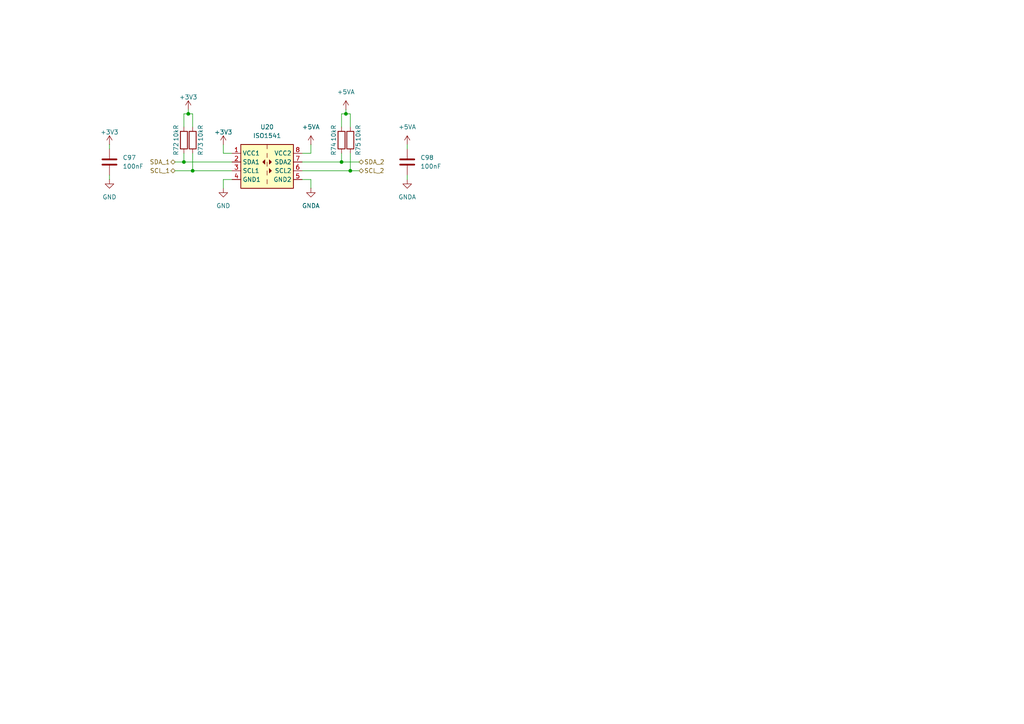
<source format=kicad_sch>
(kicad_sch (version 20231120) (generator "eeschema") (generator_version "8.0")
  (paper "A4")
  (lib_symbols
    (symbol "Device:C" (pin_numbers hide) (pin_names (offset 0.254))
      (property "Reference" "C" (at 0.635 2.54 0))
      (property "Value" "C" (at 0.635 -2.54 0))
      (symbol "C_0_1"
        (polyline (pts (xy -2.032 -0.762) (xy 2.032 -0.762)) (stroke (width 0.508)))
        (polyline (pts (xy -2.032 0.762) (xy 2.032 0.762)) (stroke (width 0.508)))
      )
      (symbol "C_1_1"
        (pin passive line (at 0 3.81 270) (length 2.794) (name "~") (number "1"))
        (pin passive line (at 0 -3.81 90) (length 2.794) (name "~") (number "2"))
      )
    )
    (symbol "Device:R" (pin_numbers hide) (pin_names (offset 0))
      (property "Reference" "R" (at 2.032 0 90))
      (property "Value" "R" (at 0 0 90))
      (symbol "R_0_1"
        (rectangle (start -1.016 -2.54) (end 1.016 2.54) (stroke (width 0.254)))
      )
      (symbol "R_1_1"
        (pin passive line (at 0 3.81 270) (length 1.27) (name "~") (number "1"))
        (pin passive line (at 0 -3.81 90) (length 1.27) (name "~") (number "2"))
      )
    )
    (symbol "Isolator:ISO1541"
      (property "Reference" "U" (at -6.35 6.35 0))
      (property "Value" "ISO1541" (at 3.81 6.35 0))
      (symbol "ISO1541_0_1"
        (rectangle (start -7.62 5.08) (end 7.62 -7.62) (stroke (width 0.254)) (fill (type background)))
        (rectangle (start 0 -5.08) (end 0 -6.35))
        (polyline (pts (xy 0 -2.54) (xy 0 -3.81)))
        (polyline (pts (xy 0 0) (xy 0 -1.27)))
        (polyline (pts (xy 0 2.54) (xy 0 1.27)))
        (polyline (pts (xy 0 5.08) (xy 0 3.81)))
        (polyline (pts (xy -0.635 0.635) (xy -1.27 0) (xy -0.635 -0.635) (xy -0.635 0.635)) (fill (type outline)))
        (polyline (pts (xy 0.635 -1.905) (xy 1.27 -2.54) (xy 0.635 -3.175) (xy 0.635 -1.905)) (fill (type outline)))
        (polyline (pts (xy 0.635 0.635) (xy 1.27 0) (xy 0.635 -0.635) (xy 0.635 0.635)) (fill (type outline)))
      )
      (symbol "ISO1541_1_1"
        (pin power_in line (at -10.16 2.54 0) (length 2.54) (name "VCC1") (number "1"))
        (pin bidirectional line (at -10.16 0 0) (length 2.54) (name "SDA1") (number "2"))
        (pin input line (at -10.16 -2.54 0) (length 2.54) (name "SCL1") (number "3"))
        (pin power_in line (at -10.16 -5.08 0) (length 2.54) (name "GND1") (number "4"))
        (pin power_in line (at 10.16 -5.08 180) (length 2.54) (name "GND2") (number "5"))
        (pin output line (at 10.16 -2.54 180) (length 2.54) (name "SCL2") (number "6"))
        (pin bidirectional line (at 10.16 0 180) (length 2.54) (name "SDA2") (number "7"))
        (pin power_in line (at 10.16 2.54 180) (length 2.54) (name "VCC2") (number "8"))
      )
    )
    (symbol "power:+3V3" (power) (pin_numbers hide) (pin_names (offset 0) hide)
      (property "Value" "+3V3" (at 0 3.556 0))
      (symbol "+3V3_0_1"
        (polyline (pts (xy -0.762 1.27) (xy 0 2.54)))
        (polyline (pts (xy 0 0) (xy 0 2.54)))
        (polyline (pts (xy 0 2.54) (xy 0.762 1.27)))
      )
      (symbol "+3V3_1_1"
        (pin power_in line (at 0 0 90) (length 0) (name "~") (number "1"))
      )
    )
    (symbol "power:+5VA" (power) (pin_numbers hide) (pin_names (offset 0) hide)
      (property "Value" "+5VA" (at 0 3.556 0))
      (symbol "+5VA_0_1"
        (polyline (pts (xy -0.762 1.27) (xy 0 2.54)))
        (polyline (pts (xy 0 0) (xy 0 2.54)))
        (polyline (pts (xy 0 2.54) (xy 0.762 1.27)))
      )
      (symbol "+5VA_1_1"
        (pin power_in line (at 0 0 90) (length 0) (name "~") (number "1"))
      )
    )
    (symbol "power:GND" (power) (pin_numbers hide) (pin_names (offset 0) hide)
      (property "Value" "GND" (at 0 -3.81 0))
      (symbol "GND_0_1"
        (polyline (pts (xy 0 0) (xy 0 -1.27) (xy 1.27 -1.27) (xy 0 -2.54) (xy -1.27 -1.27) (xy 0 -1.27)))
      )
      (symbol "GND_1_1"
        (pin power_in line (at 0 0 270) (length 0) (name "~") (number "1"))
      )
    )
    (symbol "power:GNDA" (power) (pin_numbers hide) (pin_names (offset 0) hide)
      (property "Value" "GNDA" (at 0 -3.81 0))
      (symbol "GNDA_0_1"
        (polyline (pts (xy 0 0) (xy 0 -1.27) (xy 1.27 -1.27) (xy 0 -2.54) (xy -1.27 -1.27) (xy 0 -1.27)))
      )
      (symbol "GNDA_1_1"
        (pin power_in line (at 0 0 270) (length 0) (name "~") (number "1"))
      )
    )
  )
  (junction (at 53.34 46.99))
  (junction (at 99.06 46.99))
  (junction (at 101.6 49.53))
  (junction (at 54.61 33.02))
  (junction (at 55.88 49.53))
  (junction (at 100.33 33.02))
  (wire (pts (xy 87.63 49.53) (xy 101.6 49.53)))
  (wire (pts (xy 55.88 44.45) (xy 55.88 49.53)))
  (wire (pts (xy 53.34 46.99) (xy 67.31 46.99)))
  (wire (pts (xy 50.8 46.99) (xy 53.34 46.99)))
  (wire (pts (xy 99.06 46.99) (xy 104.14 46.99)))
  (wire (pts (xy 101.6 49.53) (xy 104.14 49.53)))
  (wire (pts (xy 101.6 33.02) (xy 101.6 36.83)))
  (wire (pts (xy 99.06 33.02) (xy 100.33 33.02)))
  (wire (pts (xy 64.77 41.91) (xy 64.77 44.45)))
  (wire (pts (xy 90.17 41.91) (xy 90.17 44.45)))
  (wire (pts (xy 31.75 50.8) (xy 31.75 52.07)))
  (wire (pts (xy 64.77 54.61) (xy 64.77 52.07)))
  (wire (pts (xy 87.63 52.07) (xy 90.17 52.07)))
  (wire (pts (xy 53.34 44.45) (xy 53.34 46.99)))
  (wire (pts (xy 64.77 44.45) (xy 67.31 44.45)))
  (wire (pts (xy 55.88 33.02) (xy 55.88 36.83)))
  (wire (pts (xy 118.11 50.8) (xy 118.11 52.07)))
  (wire (pts (xy 53.34 36.83) (xy 53.34 33.02)))
  (wire (pts (xy 54.61 33.02) (xy 55.88 33.02)))
  (wire (pts (xy 87.63 44.45) (xy 90.17 44.45)))
  (wire (pts (xy 50.8 49.53) (xy 55.88 49.53)))
  (wire (pts (xy 101.6 44.45) (xy 101.6 49.53)))
  (wire (pts (xy 55.88 49.53) (xy 67.31 49.53)))
  (wire (pts (xy 64.77 52.07) (xy 67.31 52.07)))
  (wire (pts (xy 118.11 41.91) (xy 118.11 43.18)))
  (wire (pts (xy 99.06 36.83) (xy 99.06 33.02)))
  (wire (pts (xy 99.06 44.45) (xy 99.06 46.99)))
  (wire (pts (xy 100.33 33.02) (xy 101.6 33.02)))
  (wire (pts (xy 54.61 31.75) (xy 54.61 33.02)))
  (wire (pts (xy 100.33 31.75) (xy 100.33 33.02)))
  (wire (pts (xy 53.34 33.02) (xy 54.61 33.02)))
  (wire (pts (xy 87.63 46.99) (xy 99.06 46.99)))
  (wire (pts (xy 31.75 41.91) (xy 31.75 43.18)))
  (wire (pts (xy 90.17 52.07) (xy 90.17 54.61)))
  (hierarchical_label "SDA_2" (shape bidirectional) (at 104.14 46.99 0))
  (hierarchical_label "SCL_2" (shape bidirectional) (at 104.14 49.53 0))
  (hierarchical_label "SCL_1" (shape bidirectional) (at 50.8 49.53 180))
  (hierarchical_label "SDA_1" (shape bidirectional) (at 50.8 46.99 180))
  (symbol (lib_id "power:+3V3") (at 31.75 41.91 0) (unit 1)
    (property "Reference" "#PWR0217" (effects (hide yes)))
    (property "Value" "+3V3" (at 31.75 38.3342 0))
    (property "Description" "Power symbol creates a global label with name \"+3V3\"" (effects (hide yes)))
  )
  (symbol (lib_id "power:+3V3") (at 64.77 41.91 0) (unit 1)
    (property "Reference" "#PWR0220" (effects (hide yes)))
    (property "Value" "+3V3" (at 64.77 38.3342 0))
    (property "Description" "Power symbol creates a global label with name \"+3V3\"" (effects (hide yes)))
  )
  (symbol (lib_id "power:+3V3") (at 54.61 31.75 0) (unit 1)
    (property "Reference" "#PWR0219" (effects (hide yes)))
    (property "Value" "+3V3" (at 54.61 28.1742 0))
    (property "Description" "Power symbol creates a global label with name \"+3V3\"" (effects (hide yes)))
  )
  (symbol (lib_id "Device:R") (at 99.06 40.64 180) (unit 1)
    (property "Reference" "R74" (at 96.774 43.18 90))
    (property "Value" "10kR" (at 96.774 38.608 90))
    (property "Footprint" "Resistor_SMD:R_0402_1005Metric" (effects (hide yes)))
    (property "Description" "Resistor" (effects (hide yes)))
    (property "LCSC" "C25744" (effects (hide yes)))
  )
  (symbol (lib_id "Isolator:ISO1541") (at 77.47 46.99 0) (unit 1)
    (property "Reference" "U20" (at 77.47 36.83 0))
    (property "Value" "ISO1541" (at 77.47 39.37 0))
    (property "Footprint" "Package_SO:SOIC-8_3.9x4.9mm_P1.27mm" (effects (hide yes)))
    (property "Datasheet" "http://www.ti.com/lit/ds/symlink/iso1541.pdf" (effects (hide yes)))
    (property "Description" "I2C Isolator, 2.5 kVrms, Unidirectional Clock, Bidirectional data, SOIC-8" (effects (hide yes)))
    (property "LCSC" "C143028" (effects (hide yes)))
  )
  (symbol (lib_id "power:+5VA") (at 100.33 31.75 0) (unit 1)
    (property "Reference" "#PWR0224" (effects (hide yes)))
    (property "Value" "+5VA" (at 100.33 26.67 0))
    (property "Description" "Power symbol creates a global label with name \"+5VA\"" (effects (hide yes)))
  )
  (symbol (lib_id "power:+5VA") (at 90.17 41.91 0) (unit 1)
    (property "Reference" "#PWR0222" (effects (hide yes)))
    (property "Value" "+5VA" (at 90.17 36.83 0))
    (property "Description" "Power symbol creates a global label with name \"+5VA\"" (effects (hide yes)))
  )
  (symbol (lib_id "power:GND") (at 31.75 52.07 0) (unit 1)
    (property "Reference" "#PWR0218" (effects (hide yes)))
    (property "Value" "GND" (at 31.75 57.15 0))
    (property "Description" "Power symbol creates a global label with name \"GND\" , ground" (effects (hide yes)))
  )
  (symbol (lib_id "Device:C") (at 31.75 46.99 0) (unit 1)
    (property "Reference" "C97" (at 35.56 45.7199 0) (effects (justify left)))
    (property "Value" "100nF" (at 35.56 48.2599 0) (effects (justify left)))
    (property "Footprint" "Capacitor_SMD:C_0603_1608Metric" (effects (hide yes)))
    (property "Description" "Unpolarized capacitor" (effects (hide yes)))
    (property "LCSC" "C14663" (effects (hide yes)))
  )
  (symbol (lib_id "power:+5VA") (at 118.11 41.91 0) (unit 1)
    (property "Reference" "#PWR0225" (effects (hide yes)))
    (property "Value" "+5VA" (at 118.11 36.83 0))
    (property "Description" "Power symbol creates a global label with name \"+5VA\"" (effects (hide yes)))
  )
  (symbol (lib_id "Device:C") (at 118.11 46.99 0) (unit 1)
    (property "Reference" "C98" (at 121.92 45.7199 0) (effects (justify left)))
    (property "Value" "100nF" (at 121.92 48.2599 0) (effects (justify left)))
    (property "Footprint" "Capacitor_SMD:C_0603_1608Metric" (effects (hide yes)))
    (property "Description" "Unpolarized capacitor" (effects (hide yes)))
    (property "LCSC" "C14663" (effects (hide yes)))
  )
  (symbol (lib_id "Device:R") (at 53.34 40.64 180) (unit 1)
    (property "Reference" "R72" (at 51.054 43.18 90))
    (property "Value" "10kR" (at 51.054 38.608 90))
    (property "Footprint" "Resistor_SMD:R_0402_1005Metric" (effects (hide yes)))
    (property "Description" "Resistor" (effects (hide yes)))
    (property "LCSC" "C25744" (effects (hide yes)))
  )
  (symbol (lib_id "power:GNDA") (at 118.11 52.07 0) (unit 1)
    (property "Reference" "#PWR0226" (effects (hide yes)))
    (property "Value" "GNDA" (at 118.11 57.15 0))
    (property "Description" "Power symbol creates a global label with name \"GNDA\" , analog ground" (effects (hide yes)))
  )
  (symbol (lib_id "Device:R") (at 55.88 40.64 0) (mirror x) (unit 1)
    (property "Reference" "R73" (at 58.166 43.18 90))
    (property "Value" "10kR" (at 58.166 38.608 90))
    (property "Footprint" "Resistor_SMD:R_0402_1005Metric" (effects (hide yes)))
    (property "Description" "Resistor" (effects (hide yes)))
    (property "LCSC" "C25744" (effects (hide yes)))
  )
  (symbol (lib_id "power:GND") (at 64.77 54.61 0) (unit 1)
    (property "Reference" "#PWR0221" (effects (hide yes)))
    (property "Value" "GND" (at 64.77 59.69 0))
    (property "Description" "Power symbol creates a global label with name \"GND\" , ground" (effects (hide yes)))
  )
  (symbol (lib_id "Device:R") (at 101.6 40.64 0) (mirror x) (unit 1)
    (property "Reference" "R75" (at 103.886 43.18 90))
    (property "Value" "10kR" (at 103.886 38.608 90))
    (property "Footprint" "Resistor_SMD:R_0402_1005Metric" (effects (hide yes)))
    (property "Description" "Resistor" (effects (hide yes)))
    (property "LCSC" "C25744" (effects (hide yes)))
  )
  (symbol (lib_id "power:GNDA") (at 90.17 54.61 0) (unit 1)
    (property "Reference" "#PWR0223" (effects (hide yes)))
    (property "Value" "GNDA" (at 90.17 59.69 0))
    (property "Description" "Power symbol creates a global label with name \"GNDA\" , analog ground" (effects (hide yes)))
  )
)
</source>
